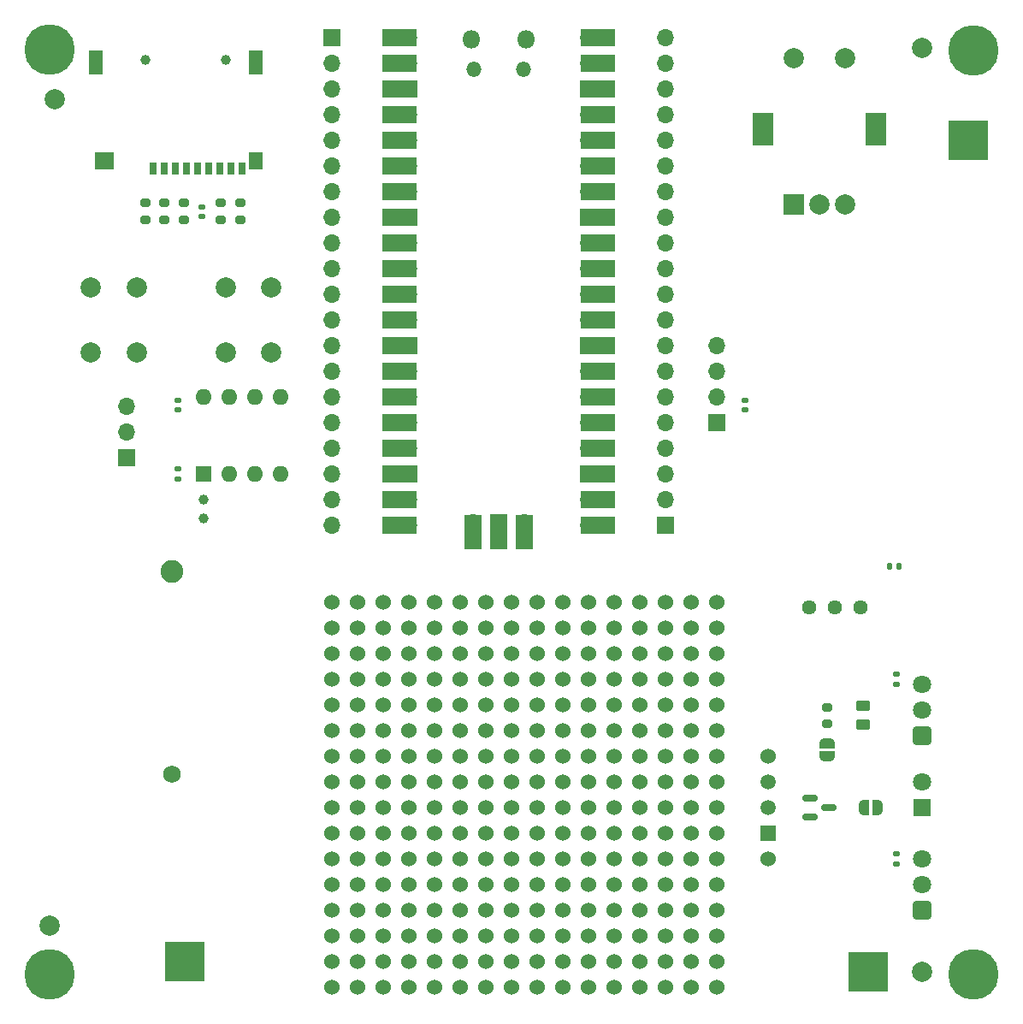
<source format=gts>
G04 #@! TF.GenerationSoftware,KiCad,Pcbnew,(6.0.10)*
G04 #@! TF.CreationDate,2023-01-30T13:48:55-05:00*
G04 #@! TF.ProjectId,door_counter_circuit,646f6f72-5f63-46f7-956e-7465725f6369,rev?*
G04 #@! TF.SameCoordinates,Original*
G04 #@! TF.FileFunction,Soldermask,Top*
G04 #@! TF.FilePolarity,Negative*
%FSLAX46Y46*%
G04 Gerber Fmt 4.6, Leading zero omitted, Abs format (unit mm)*
G04 Created by KiCad (PCBNEW (6.0.10)) date 2023-01-30 13:48:55*
%MOMM*%
%LPD*%
G01*
G04 APERTURE LIST*
G04 Aperture macros list*
%AMRoundRect*
0 Rectangle with rounded corners*
0 $1 Rounding radius*
0 $2 $3 $4 $5 $6 $7 $8 $9 X,Y pos of 4 corners*
0 Add a 4 corners polygon primitive as box body*
4,1,4,$2,$3,$4,$5,$6,$7,$8,$9,$2,$3,0*
0 Add four circle primitives for the rounded corners*
1,1,$1+$1,$2,$3*
1,1,$1+$1,$4,$5*
1,1,$1+$1,$6,$7*
1,1,$1+$1,$8,$9*
0 Add four rect primitives between the rounded corners*
20,1,$1+$1,$2,$3,$4,$5,0*
20,1,$1+$1,$4,$5,$6,$7,0*
20,1,$1+$1,$6,$7,$8,$9,0*
20,1,$1+$1,$8,$9,$2,$3,0*%
%AMFreePoly0*
4,1,22,0.500000,-0.750000,0.000000,-0.750000,0.000000,-0.745033,-0.079941,-0.743568,-0.215256,-0.701293,-0.333266,-0.622738,-0.424486,-0.514219,-0.481581,-0.384460,-0.499164,-0.250000,-0.500000,-0.250000,-0.500000,0.250000,-0.499164,0.250000,-0.499963,0.256109,-0.478152,0.396186,-0.417904,0.524511,-0.324060,0.630769,-0.204165,0.706417,-0.067858,0.745374,0.000000,0.744959,0.000000,0.750000,
0.500000,0.750000,0.500000,-0.750000,0.500000,-0.750000,$1*%
%AMFreePoly1*
4,1,20,0.000000,0.744959,0.073905,0.744508,0.209726,0.703889,0.328688,0.626782,0.421226,0.519385,0.479903,0.390333,0.500000,0.250000,0.500000,-0.250000,0.499851,-0.262216,0.476331,-0.402017,0.414519,-0.529596,0.319384,-0.634700,0.198574,-0.708877,0.061801,-0.746166,0.000000,-0.745033,0.000000,-0.750000,-0.500000,-0.750000,-0.500000,0.750000,0.000000,0.750000,0.000000,0.744959,
0.000000,0.744959,$1*%
G04 Aperture macros list end*
%ADD10R,4.000000X4.000000*%
%ADD11C,2.000000*%
%ADD12RoundRect,0.250000X-0.450000X0.262500X-0.450000X-0.262500X0.450000X-0.262500X0.450000X0.262500X0*%
%ADD13RoundRect,0.140000X-0.170000X0.140000X-0.170000X-0.140000X0.170000X-0.140000X0.170000X0.140000X0*%
%ADD14C,0.999997*%
%ADD15R,0.700000X1.300000*%
%ADD16R,1.447800X1.651000*%
%ADD17R,1.447800X2.438400*%
%ADD18R,1.854200X1.651000*%
%ADD19C,2.250000*%
%ADD20C,1.755000*%
%ADD21RoundRect,0.140000X-0.140000X-0.170000X0.140000X-0.170000X0.140000X0.170000X-0.140000X0.170000X0*%
%ADD22RoundRect,0.200000X0.275000X-0.200000X0.275000X0.200000X-0.275000X0.200000X-0.275000X-0.200000X0*%
%ADD23C,5.000000*%
%ADD24C,0.800000*%
%ADD25RoundRect,0.248400X0.651600X-0.651600X0.651600X0.651600X-0.651600X0.651600X-0.651600X-0.651600X0*%
%ADD26C,1.800000*%
%ADD27R,1.700000X1.700000*%
%ADD28O,1.700000X1.700000*%
%ADD29R,1.500000X1.500000*%
%ADD30C,1.500000*%
%ADD31C,1.524000*%
%ADD32RoundRect,0.200000X-0.275000X0.200000X-0.275000X-0.200000X0.275000X-0.200000X0.275000X0.200000X0*%
%ADD33C,1.000000*%
%ADD34RoundRect,0.150000X-0.587500X-0.150000X0.587500X-0.150000X0.587500X0.150000X-0.587500X0.150000X0*%
%ADD35FreePoly0,0.000000*%
%ADD36FreePoly1,0.000000*%
%ADD37R,1.600000X1.600000*%
%ADD38O,1.600000X1.600000*%
%ADD39R,1.800000X1.800000*%
%ADD40O,1.500000X1.500000*%
%ADD41O,1.800000X1.800000*%
%ADD42R,3.500000X1.700000*%
%ADD43R,1.700000X3.500000*%
%ADD44FreePoly0,270.000000*%
%ADD45FreePoly1,270.000000*%
%ADD46C,1.440000*%
%ADD47R,2.000000X2.000000*%
%ADD48R,2.000000X3.200000*%
G04 APERTURE END LIST*
D10*
X89580000Y-144780000D03*
X157226000Y-145796000D03*
X167132000Y-63500000D03*
D11*
X162560000Y-145796000D03*
X162560000Y-54356000D03*
X76200000Y-141224000D03*
X76708000Y-59436000D03*
D12*
X156718000Y-119483500D03*
X156718000Y-121308500D03*
D13*
X91276000Y-70117492D03*
X91276000Y-71077492D03*
D14*
X93649800Y-55580400D03*
X85674200Y-55580400D03*
D15*
X86416200Y-66284800D03*
X87516200Y-66284800D03*
X88616200Y-66284800D03*
X89716200Y-66284800D03*
X90816200Y-66284800D03*
X91916200Y-66284800D03*
X93016200Y-66284800D03*
X94116200Y-66284800D03*
X95216200Y-66284800D03*
D16*
X96634600Y-65511000D03*
D17*
X96634600Y-55811000D03*
X80809800Y-55811000D03*
D18*
X81584800Y-65511000D03*
D19*
X88265000Y-106205000D03*
D20*
X88265000Y-126205000D03*
D13*
X160020000Y-134140000D03*
X160020000Y-135100000D03*
D21*
X159314000Y-105664000D03*
X160274000Y-105664000D03*
D22*
X89471000Y-71366000D03*
X89471000Y-69716000D03*
D23*
X167640000Y-54610000D03*
D24*
X169515000Y-54610000D03*
X165765000Y-54610000D03*
X166314175Y-55935825D03*
X167640000Y-52735000D03*
X168965825Y-53284175D03*
X166314175Y-53284175D03*
X168965825Y-55935825D03*
X167640000Y-56485000D03*
X167640000Y-144175000D03*
X166314175Y-144724175D03*
X168965825Y-147375825D03*
X165765000Y-146050000D03*
D23*
X167640000Y-146050000D03*
D24*
X166314175Y-147375825D03*
X167640000Y-147925000D03*
X168965825Y-144724175D03*
X169515000Y-146050000D03*
D22*
X87566000Y-71366000D03*
X87566000Y-69716000D03*
D25*
X162560000Y-122400000D03*
D26*
X162560000Y-119860000D03*
X162560000Y-117320000D03*
D13*
X88900000Y-96040000D03*
X88900000Y-97000000D03*
D11*
X93635000Y-84530000D03*
X93635000Y-78030000D03*
X98135000Y-78030000D03*
X98135000Y-84530000D03*
D27*
X83820000Y-94942500D03*
D28*
X83820000Y-92402500D03*
X83820000Y-89862500D03*
D27*
X104140000Y-53340000D03*
D28*
X104140000Y-55880000D03*
X104140000Y-58420000D03*
X104140000Y-60960000D03*
X104140000Y-63500000D03*
X104140000Y-66040000D03*
X104140000Y-68580000D03*
X104140000Y-71120000D03*
X104140000Y-73660000D03*
X104140000Y-76200000D03*
X104140000Y-78740000D03*
X104140000Y-81280000D03*
X104140000Y-83820000D03*
X104140000Y-86360000D03*
X104140000Y-88900000D03*
X104140000Y-91440000D03*
X104140000Y-93980000D03*
X104140000Y-96520000D03*
X104140000Y-99060000D03*
X104140000Y-101600000D03*
D29*
X147320000Y-132080000D03*
D30*
X147320000Y-129540000D03*
X147320000Y-127000000D03*
D31*
X147320000Y-124460000D03*
X147320000Y-134620000D03*
D13*
X88900000Y-89210000D03*
X88900000Y-90170000D03*
D27*
X137160000Y-101600000D03*
D28*
X137160000Y-99060000D03*
X137160000Y-96520000D03*
X137160000Y-93980000D03*
X137160000Y-91440000D03*
X137160000Y-88900000D03*
X137160000Y-86360000D03*
X137160000Y-83820000D03*
X137160000Y-81280000D03*
X137160000Y-78740000D03*
X137160000Y-76200000D03*
X137160000Y-73660000D03*
X137160000Y-71120000D03*
X137160000Y-68580000D03*
X137160000Y-66040000D03*
X137160000Y-63500000D03*
X137160000Y-60960000D03*
X137160000Y-58420000D03*
X137160000Y-55880000D03*
X137160000Y-53340000D03*
D23*
X76200000Y-146050000D03*
D24*
X74874175Y-144724175D03*
X78075000Y-146050000D03*
X74874175Y-147375825D03*
X74325000Y-146050000D03*
X77525825Y-144724175D03*
X76200000Y-144175000D03*
X77525825Y-147375825D03*
X76200000Y-147925000D03*
D32*
X153162000Y-119634000D03*
X153162000Y-121284000D03*
D33*
X91440000Y-100960000D03*
X91440000Y-99060000D03*
D31*
X104140000Y-147320000D03*
X106680000Y-147320000D03*
X109220000Y-147320000D03*
X111760000Y-147320000D03*
X114300000Y-147320000D03*
X116840000Y-147320000D03*
X119380000Y-147320000D03*
X121920000Y-147320000D03*
X124460000Y-147320000D03*
X127000000Y-147320000D03*
X129540000Y-147320000D03*
X132080000Y-147320000D03*
X134620000Y-147320000D03*
X137160000Y-147320000D03*
X139700000Y-147320000D03*
X142240000Y-147320000D03*
X104140000Y-144780000D03*
X106680000Y-144780000D03*
X109220000Y-144780000D03*
X111760000Y-144780000D03*
X114300000Y-144780000D03*
X116840000Y-144780000D03*
X119380000Y-144780000D03*
X121920000Y-144780000D03*
X124460000Y-144780000D03*
X127000000Y-144780000D03*
X129540000Y-144780000D03*
X132080000Y-144780000D03*
X134620000Y-144780000D03*
X137160000Y-144780000D03*
X139700000Y-144780000D03*
X142240000Y-144780000D03*
X104140000Y-142240000D03*
X106680000Y-142240000D03*
X109220000Y-142240000D03*
X111760000Y-142240000D03*
X114300000Y-142240000D03*
X116840000Y-142240000D03*
X119380000Y-142240000D03*
X121920000Y-142240000D03*
X124460000Y-142240000D03*
X127000000Y-142240000D03*
X129540000Y-142240000D03*
X132080000Y-142240000D03*
X134620000Y-142240000D03*
X137160000Y-142240000D03*
X139700000Y-142240000D03*
X142240000Y-142240000D03*
X104140000Y-139700000D03*
X106680000Y-139700000D03*
X109220000Y-139700000D03*
X111760000Y-139700000D03*
X114300000Y-139700000D03*
X116840000Y-139700000D03*
X119380000Y-139700000D03*
X121920000Y-139700000D03*
X124460000Y-139700000D03*
X127000000Y-139700000D03*
X129540000Y-139700000D03*
X132080000Y-139700000D03*
X134620000Y-139700000D03*
X137160000Y-139700000D03*
X139700000Y-139700000D03*
X142240000Y-139700000D03*
X104140000Y-137160000D03*
X106680000Y-137160000D03*
X109220000Y-137160000D03*
X111760000Y-137160000D03*
X114300000Y-137160000D03*
X116840000Y-137160000D03*
X119380000Y-137160000D03*
X121920000Y-137160000D03*
X124460000Y-137160000D03*
X127000000Y-137160000D03*
X129540000Y-137160000D03*
X132080000Y-137160000D03*
X134620000Y-137160000D03*
X137160000Y-137160000D03*
X139700000Y-137160000D03*
X142240000Y-137160000D03*
X104140000Y-134620000D03*
X106680000Y-134620000D03*
X109220000Y-134620000D03*
X111760000Y-134620000D03*
X114300000Y-134620000D03*
X116840000Y-134620000D03*
X119380000Y-134620000D03*
X121920000Y-134620000D03*
X124460000Y-134620000D03*
X127000000Y-134620000D03*
X129540000Y-134620000D03*
X132080000Y-134620000D03*
X134620000Y-134620000D03*
X137160000Y-134620000D03*
X139700000Y-134620000D03*
X142240000Y-134620000D03*
X104140000Y-132080000D03*
X106680000Y-132080000D03*
X109220000Y-132080000D03*
X111760000Y-132080000D03*
X114300000Y-132080000D03*
X116840000Y-132080000D03*
X119380000Y-132080000D03*
X121920000Y-132080000D03*
X124460000Y-132080000D03*
X127000000Y-132080000D03*
X129540000Y-132080000D03*
X132080000Y-132080000D03*
X134620000Y-132080000D03*
X137160000Y-132080000D03*
X139700000Y-132080000D03*
X142240000Y-132080000D03*
X104140000Y-129540000D03*
X106680000Y-129540000D03*
X109220000Y-129540000D03*
X111760000Y-129540000D03*
X114300000Y-129540000D03*
X116840000Y-129540000D03*
X119380000Y-129540000D03*
X121920000Y-129540000D03*
X124460000Y-129540000D03*
X127000000Y-129540000D03*
X129540000Y-129540000D03*
X132080000Y-129540000D03*
X134620000Y-129540000D03*
X137160000Y-129540000D03*
X139700000Y-129540000D03*
X142240000Y-129540000D03*
X104140000Y-127000000D03*
X106680000Y-127000000D03*
X109220000Y-127000000D03*
X111760000Y-127000000D03*
X114300000Y-127000000D03*
X116840000Y-127000000D03*
X119380000Y-127000000D03*
X121920000Y-127000000D03*
X124460000Y-127000000D03*
X127000000Y-127000000D03*
X129540000Y-127000000D03*
X132080000Y-127000000D03*
X134620000Y-127000000D03*
X137160000Y-127000000D03*
X139700000Y-127000000D03*
X142240000Y-127000000D03*
X104140000Y-124460000D03*
X106680000Y-124460000D03*
X109220000Y-124460000D03*
X111760000Y-124460000D03*
X114300000Y-124460000D03*
X116840000Y-124460000D03*
X119380000Y-124460000D03*
X121920000Y-124460000D03*
X124460000Y-124460000D03*
X127000000Y-124460000D03*
X129540000Y-124460000D03*
X132080000Y-124460000D03*
X134620000Y-124460000D03*
X137160000Y-124460000D03*
X139700000Y-124460000D03*
X142240000Y-124460000D03*
X104140000Y-121920000D03*
X106680000Y-121920000D03*
X109220000Y-121920000D03*
X111760000Y-121920000D03*
X114300000Y-121920000D03*
X116840000Y-121920000D03*
X119380000Y-121920000D03*
X121920000Y-121920000D03*
X124460000Y-121920000D03*
X127000000Y-121920000D03*
X129540000Y-121920000D03*
X132080000Y-121920000D03*
X134620000Y-121920000D03*
X137160000Y-121920000D03*
X139700000Y-121920000D03*
X142240000Y-121920000D03*
X104140000Y-119380000D03*
X106680000Y-119380000D03*
X109220000Y-119380000D03*
X111760000Y-119380000D03*
X114300000Y-119380000D03*
X116840000Y-119380000D03*
X119380000Y-119380000D03*
X121920000Y-119380000D03*
X124460000Y-119380000D03*
X127000000Y-119380000D03*
X129540000Y-119380000D03*
X132080000Y-119380000D03*
X134620000Y-119380000D03*
X137160000Y-119380000D03*
X139700000Y-119380000D03*
X142240000Y-119380000D03*
X104140000Y-116840000D03*
X106680000Y-116840000D03*
X109220000Y-116840000D03*
X111760000Y-116840000D03*
X114300000Y-116840000D03*
X116840000Y-116840000D03*
X119380000Y-116840000D03*
X121920000Y-116840000D03*
X124460000Y-116840000D03*
X127000000Y-116840000D03*
X129540000Y-116840000D03*
X132080000Y-116840000D03*
X134620000Y-116840000D03*
X137160000Y-116840000D03*
X139700000Y-116840000D03*
X142240000Y-116840000D03*
X104140000Y-114300000D03*
X106680000Y-114300000D03*
X109220000Y-114300000D03*
X111760000Y-114300000D03*
X114300000Y-114300000D03*
X116840000Y-114300000D03*
X119380000Y-114300000D03*
X121920000Y-114300000D03*
X124460000Y-114300000D03*
X127000000Y-114300000D03*
X129540000Y-114300000D03*
X132080000Y-114300000D03*
X134620000Y-114300000D03*
X137160000Y-114300000D03*
X139700000Y-114300000D03*
X142240000Y-114300000D03*
X104140000Y-111760000D03*
X106680000Y-111760000D03*
X109220000Y-111760000D03*
X111760000Y-111760000D03*
X114300000Y-111760000D03*
X116840000Y-111760000D03*
X119380000Y-111760000D03*
X121920000Y-111760000D03*
X124460000Y-111760000D03*
X127000000Y-111760000D03*
X129540000Y-111760000D03*
X132080000Y-111760000D03*
X134620000Y-111760000D03*
X137160000Y-111760000D03*
X139700000Y-111760000D03*
X142240000Y-111760000D03*
X104140000Y-109220000D03*
X106680000Y-109220000D03*
X109220000Y-109220000D03*
X111760000Y-109220000D03*
X114300000Y-109220000D03*
X116840000Y-109220000D03*
X119380000Y-109220000D03*
X121920000Y-109220000D03*
X124460000Y-109220000D03*
X127000000Y-109220000D03*
X129540000Y-109220000D03*
X132080000Y-109220000D03*
X134620000Y-109220000D03*
X137160000Y-109220000D03*
X139700000Y-109220000D03*
X142240000Y-109220000D03*
D13*
X145034000Y-89199672D03*
X145034000Y-90159672D03*
D34*
X153337500Y-129540000D03*
X151462500Y-130490000D03*
X151462500Y-128590000D03*
D28*
X142240000Y-83820000D03*
X142240000Y-86360000D03*
X142240000Y-88900000D03*
D27*
X142240000Y-91440000D03*
D35*
X156830000Y-129540000D03*
D36*
X158130000Y-129540000D03*
D37*
X91440000Y-96520000D03*
D38*
X93980000Y-96520000D03*
X96520000Y-96520000D03*
X99060000Y-96520000D03*
X99060000Y-88900000D03*
X96520000Y-88900000D03*
X93980000Y-88900000D03*
X91440000Y-88900000D03*
D24*
X76200000Y-56429175D03*
D23*
X76200000Y-54554175D03*
D24*
X76200000Y-52679175D03*
X74325000Y-54554175D03*
X77525825Y-55880000D03*
X74874175Y-55880000D03*
X78075000Y-54554175D03*
X77525825Y-53228350D03*
X74874175Y-53228350D03*
D25*
X162560000Y-139700000D03*
D26*
X162560000Y-137160000D03*
X162560000Y-134620000D03*
D39*
X162560000Y-129540000D03*
D26*
X162560000Y-127000000D03*
D13*
X160020000Y-116360000D03*
X160020000Y-117320000D03*
D40*
X118225000Y-56500000D03*
D41*
X117925000Y-53470000D03*
D40*
X123075000Y-56500000D03*
D41*
X123375000Y-53470000D03*
D42*
X110860000Y-53340000D03*
D28*
X111760000Y-53340000D03*
X111760000Y-55880000D03*
D42*
X110860000Y-55880000D03*
D27*
X111760000Y-58420000D03*
D42*
X110860000Y-58420000D03*
X110860000Y-60960000D03*
D28*
X111760000Y-60960000D03*
X111760000Y-63500000D03*
D42*
X110860000Y-63500000D03*
D28*
X111760000Y-66040000D03*
D42*
X110860000Y-66040000D03*
D28*
X111760000Y-68580000D03*
D42*
X110860000Y-68580000D03*
X110860000Y-71120000D03*
D27*
X111760000Y-71120000D03*
D28*
X111760000Y-73660000D03*
D42*
X110860000Y-73660000D03*
X110860000Y-76200000D03*
D28*
X111760000Y-76200000D03*
X111760000Y-78740000D03*
D42*
X110860000Y-78740000D03*
D28*
X111760000Y-81280000D03*
D42*
X110860000Y-81280000D03*
X110860000Y-83820000D03*
D27*
X111760000Y-83820000D03*
D42*
X110860000Y-86360000D03*
D28*
X111760000Y-86360000D03*
X111760000Y-88900000D03*
D42*
X110860000Y-88900000D03*
D28*
X111760000Y-91440000D03*
D42*
X110860000Y-91440000D03*
D28*
X111760000Y-93980000D03*
D42*
X110860000Y-93980000D03*
X110860000Y-96520000D03*
D27*
X111760000Y-96520000D03*
D42*
X110860000Y-99060000D03*
D28*
X111760000Y-99060000D03*
D42*
X110860000Y-101600000D03*
D28*
X111760000Y-101600000D03*
D42*
X130440000Y-101600000D03*
D28*
X129540000Y-101600000D03*
X129540000Y-99060000D03*
D42*
X130440000Y-99060000D03*
X130440000Y-96520000D03*
D27*
X129540000Y-96520000D03*
D28*
X129540000Y-93980000D03*
D42*
X130440000Y-93980000D03*
D28*
X129540000Y-91440000D03*
D42*
X130440000Y-91440000D03*
D28*
X129540000Y-88900000D03*
D42*
X130440000Y-88900000D03*
D28*
X129540000Y-86360000D03*
D42*
X130440000Y-86360000D03*
X130440000Y-83820000D03*
D27*
X129540000Y-83820000D03*
D42*
X130440000Y-81280000D03*
D28*
X129540000Y-81280000D03*
D42*
X130440000Y-78740000D03*
D28*
X129540000Y-78740000D03*
D42*
X130440000Y-76200000D03*
D28*
X129540000Y-76200000D03*
X129540000Y-73660000D03*
D42*
X130440000Y-73660000D03*
D27*
X129540000Y-71120000D03*
D42*
X130440000Y-71120000D03*
D28*
X129540000Y-68580000D03*
D42*
X130440000Y-68580000D03*
X130440000Y-66040000D03*
D28*
X129540000Y-66040000D03*
X129540000Y-63500000D03*
D42*
X130440000Y-63500000D03*
X130440000Y-60960000D03*
D28*
X129540000Y-60960000D03*
D27*
X129540000Y-58420000D03*
D42*
X130440000Y-58420000D03*
X130440000Y-55880000D03*
D28*
X129540000Y-55880000D03*
X129540000Y-53340000D03*
D42*
X130440000Y-53340000D03*
D43*
X118110000Y-102270000D03*
D28*
X118110000Y-101370000D03*
D27*
X120650000Y-101370000D03*
D43*
X120650000Y-102270000D03*
D28*
X123190000Y-101370000D03*
D43*
X123190000Y-102270000D03*
D22*
X95106000Y-71366000D03*
X95106000Y-69716000D03*
D44*
X153162000Y-123160000D03*
D45*
X153162000Y-124460000D03*
D22*
X93091000Y-71366000D03*
X93091000Y-69716000D03*
D46*
X156464000Y-109728000D03*
X153924000Y-109728000D03*
X151384000Y-109728000D03*
D47*
X149900000Y-69865000D03*
D11*
X154900000Y-69865000D03*
X152400000Y-69865000D03*
D48*
X158000000Y-62365000D03*
X146800000Y-62365000D03*
D11*
X154900000Y-55365000D03*
X149900000Y-55365000D03*
D22*
X85661000Y-71366000D03*
X85661000Y-69716000D03*
D11*
X84800000Y-84530000D03*
X84800000Y-78030000D03*
X80300000Y-84530000D03*
X80300000Y-78030000D03*
G36*
X162567225Y-144789194D02*
G01*
X162762258Y-144809693D01*
X162762640Y-144809771D01*
X162949984Y-144867764D01*
X162950344Y-144867916D01*
X163122851Y-144961190D01*
X163123175Y-144961408D01*
X163274282Y-145086414D01*
X163274557Y-145086691D01*
X163398504Y-145238665D01*
X163398720Y-145238990D01*
X163490789Y-145412146D01*
X163490938Y-145412507D01*
X163547619Y-145600245D01*
X163547694Y-145600628D01*
X163567078Y-145798326D01*
X163567088Y-145798549D01*
X163566767Y-145821574D01*
X163566751Y-145821797D01*
X163541855Y-146018871D01*
X163541769Y-146019251D01*
X163479865Y-146205339D01*
X163479706Y-146205696D01*
X163382840Y-146376210D01*
X163382615Y-146376529D01*
X163254471Y-146524986D01*
X163254188Y-146525255D01*
X163099650Y-146645992D01*
X163099321Y-146646201D01*
X162924279Y-146734621D01*
X162923915Y-146734762D01*
X162735025Y-146787501D01*
X162734640Y-146787569D01*
X162539111Y-146802615D01*
X162538721Y-146802607D01*
X162343986Y-146779386D01*
X162343605Y-146779302D01*
X162157094Y-146718702D01*
X162156736Y-146718546D01*
X161985552Y-146622874D01*
X161985232Y-146622651D01*
X161835879Y-146495542D01*
X161835608Y-146495261D01*
X161713796Y-146341572D01*
X161713584Y-146341244D01*
X161623944Y-146166823D01*
X161623800Y-146166460D01*
X161569744Y-145977945D01*
X161569674Y-145977561D01*
X161553264Y-145782135D01*
X161553266Y-145782001D01*
X161557269Y-145782001D01*
X161573645Y-145977028D01*
X161627593Y-146165168D01*
X161717057Y-146339244D01*
X161838623Y-146492623D01*
X161987670Y-146619471D01*
X162158520Y-146714956D01*
X162344656Y-146775435D01*
X162538999Y-146798610D01*
X162734140Y-146783594D01*
X162922646Y-146730962D01*
X163097344Y-146642717D01*
X163251570Y-146522222D01*
X163379457Y-146374063D01*
X163476130Y-146203888D01*
X163537909Y-146018174D01*
X163562449Y-145823921D01*
X163562838Y-145796078D01*
X163543732Y-145601220D01*
X163487161Y-145413851D01*
X163395278Y-145241043D01*
X163271578Y-145089372D01*
X163120773Y-144964616D01*
X162948615Y-144871530D01*
X162761645Y-144813653D01*
X162567002Y-144793195D01*
X162372090Y-144810933D01*
X162184331Y-144866195D01*
X162010889Y-144956868D01*
X161858357Y-145079506D01*
X161732554Y-145229433D01*
X161638262Y-145400948D01*
X161579086Y-145587496D01*
X161557269Y-145782001D01*
X161553266Y-145782001D01*
X161553269Y-145781745D01*
X161575129Y-145586861D01*
X161575211Y-145586479D01*
X161634510Y-145399542D01*
X161634663Y-145399183D01*
X161729139Y-145227334D01*
X161729360Y-145227012D01*
X161855414Y-145076786D01*
X161855693Y-145076513D01*
X162008537Y-144953623D01*
X162008863Y-144953410D01*
X162182650Y-144862557D01*
X162183012Y-144862410D01*
X162371147Y-144807038D01*
X162371531Y-144806965D01*
X162566835Y-144789191D01*
X162567225Y-144789194D01*
G37*
G36*
X76207225Y-140217194D02*
G01*
X76402258Y-140237693D01*
X76402640Y-140237771D01*
X76589984Y-140295764D01*
X76590344Y-140295916D01*
X76762851Y-140389190D01*
X76763175Y-140389408D01*
X76914282Y-140514414D01*
X76914557Y-140514691D01*
X77038504Y-140666665D01*
X77038720Y-140666990D01*
X77130789Y-140840146D01*
X77130938Y-140840507D01*
X77187619Y-141028245D01*
X77187694Y-141028628D01*
X77207078Y-141226326D01*
X77207088Y-141226549D01*
X77206767Y-141249574D01*
X77206751Y-141249797D01*
X77181855Y-141446871D01*
X77181769Y-141447251D01*
X77119865Y-141633339D01*
X77119706Y-141633696D01*
X77022840Y-141804210D01*
X77022615Y-141804529D01*
X76894471Y-141952986D01*
X76894188Y-141953255D01*
X76739650Y-142073992D01*
X76739321Y-142074201D01*
X76564279Y-142162621D01*
X76563915Y-142162762D01*
X76375025Y-142215501D01*
X76374640Y-142215569D01*
X76179111Y-142230615D01*
X76178721Y-142230607D01*
X75983986Y-142207386D01*
X75983605Y-142207302D01*
X75797094Y-142146702D01*
X75796736Y-142146546D01*
X75625552Y-142050874D01*
X75625232Y-142050651D01*
X75475879Y-141923542D01*
X75475608Y-141923261D01*
X75353796Y-141769572D01*
X75353584Y-141769244D01*
X75263944Y-141594823D01*
X75263800Y-141594460D01*
X75209744Y-141405945D01*
X75209674Y-141405561D01*
X75193264Y-141210135D01*
X75193266Y-141210001D01*
X75197269Y-141210001D01*
X75213645Y-141405028D01*
X75267593Y-141593168D01*
X75357057Y-141767244D01*
X75478623Y-141920623D01*
X75627670Y-142047471D01*
X75798520Y-142142956D01*
X75984656Y-142203435D01*
X76178999Y-142226610D01*
X76374140Y-142211594D01*
X76562646Y-142158962D01*
X76737344Y-142070717D01*
X76891570Y-141950222D01*
X77019457Y-141802063D01*
X77116130Y-141631888D01*
X77177909Y-141446174D01*
X77202449Y-141251921D01*
X77202838Y-141224078D01*
X77183732Y-141029220D01*
X77127161Y-140841851D01*
X77035278Y-140669043D01*
X76911578Y-140517372D01*
X76760773Y-140392616D01*
X76588615Y-140299530D01*
X76401645Y-140241653D01*
X76207002Y-140221195D01*
X76012090Y-140238933D01*
X75824331Y-140294195D01*
X75650889Y-140384868D01*
X75498357Y-140507506D01*
X75372554Y-140657433D01*
X75278262Y-140828948D01*
X75219086Y-141015496D01*
X75197269Y-141210001D01*
X75193266Y-141210001D01*
X75193269Y-141209745D01*
X75215129Y-141014861D01*
X75215211Y-141014479D01*
X75274510Y-140827542D01*
X75274663Y-140827183D01*
X75369139Y-140655334D01*
X75369360Y-140655012D01*
X75495414Y-140504786D01*
X75495693Y-140504513D01*
X75648537Y-140381623D01*
X75648863Y-140381410D01*
X75822650Y-140290557D01*
X75823012Y-140290410D01*
X76011147Y-140235038D01*
X76011531Y-140234965D01*
X76206835Y-140217191D01*
X76207225Y-140217194D01*
G37*
G36*
X76715225Y-58429194D02*
G01*
X76910258Y-58449693D01*
X76910640Y-58449771D01*
X77097984Y-58507764D01*
X77098344Y-58507916D01*
X77270851Y-58601190D01*
X77271175Y-58601408D01*
X77422282Y-58726414D01*
X77422557Y-58726691D01*
X77546504Y-58878665D01*
X77546720Y-58878990D01*
X77638789Y-59052146D01*
X77638938Y-59052507D01*
X77695619Y-59240245D01*
X77695694Y-59240628D01*
X77715078Y-59438326D01*
X77715088Y-59438549D01*
X77714767Y-59461574D01*
X77714751Y-59461797D01*
X77689855Y-59658871D01*
X77689769Y-59659251D01*
X77627865Y-59845339D01*
X77627706Y-59845696D01*
X77530840Y-60016210D01*
X77530615Y-60016529D01*
X77402471Y-60164986D01*
X77402188Y-60165255D01*
X77247650Y-60285992D01*
X77247321Y-60286201D01*
X77072279Y-60374621D01*
X77071915Y-60374762D01*
X76883025Y-60427501D01*
X76882640Y-60427569D01*
X76687111Y-60442615D01*
X76686721Y-60442607D01*
X76491986Y-60419386D01*
X76491605Y-60419302D01*
X76305094Y-60358702D01*
X76304736Y-60358546D01*
X76133552Y-60262874D01*
X76133232Y-60262651D01*
X75983879Y-60135542D01*
X75983608Y-60135261D01*
X75861796Y-59981572D01*
X75861584Y-59981244D01*
X75771944Y-59806823D01*
X75771800Y-59806460D01*
X75717744Y-59617945D01*
X75717674Y-59617561D01*
X75701264Y-59422135D01*
X75701266Y-59422001D01*
X75705269Y-59422001D01*
X75721645Y-59617028D01*
X75775593Y-59805168D01*
X75865057Y-59979244D01*
X75986623Y-60132623D01*
X76135670Y-60259471D01*
X76306520Y-60354956D01*
X76492656Y-60415435D01*
X76686999Y-60438610D01*
X76882140Y-60423594D01*
X77070646Y-60370962D01*
X77245344Y-60282717D01*
X77399570Y-60162222D01*
X77527457Y-60014063D01*
X77624130Y-59843888D01*
X77685909Y-59658174D01*
X77710449Y-59463921D01*
X77710838Y-59436078D01*
X77691732Y-59241220D01*
X77635161Y-59053851D01*
X77543278Y-58881043D01*
X77419578Y-58729372D01*
X77268773Y-58604616D01*
X77096615Y-58511530D01*
X76909645Y-58453653D01*
X76715002Y-58433195D01*
X76520090Y-58450933D01*
X76332331Y-58506195D01*
X76158889Y-58596868D01*
X76006357Y-58719506D01*
X75880554Y-58869433D01*
X75786262Y-59040948D01*
X75727086Y-59227496D01*
X75705269Y-59422001D01*
X75701266Y-59422001D01*
X75701269Y-59421745D01*
X75723129Y-59226861D01*
X75723211Y-59226479D01*
X75782510Y-59039542D01*
X75782663Y-59039183D01*
X75877139Y-58867334D01*
X75877360Y-58867012D01*
X76003414Y-58716786D01*
X76003693Y-58716513D01*
X76156537Y-58593623D01*
X76156863Y-58593410D01*
X76330650Y-58502557D01*
X76331012Y-58502410D01*
X76519147Y-58447038D01*
X76519531Y-58446965D01*
X76714835Y-58429191D01*
X76715225Y-58429194D01*
G37*
G36*
X162567225Y-53349194D02*
G01*
X162762258Y-53369693D01*
X162762640Y-53369771D01*
X162949984Y-53427764D01*
X162950344Y-53427916D01*
X163122851Y-53521190D01*
X163123175Y-53521408D01*
X163274282Y-53646414D01*
X163274557Y-53646691D01*
X163398504Y-53798665D01*
X163398720Y-53798990D01*
X163490789Y-53972146D01*
X163490938Y-53972507D01*
X163547619Y-54160245D01*
X163547694Y-54160628D01*
X163567078Y-54358326D01*
X163567088Y-54358549D01*
X163566767Y-54381574D01*
X163566751Y-54381797D01*
X163541855Y-54578871D01*
X163541769Y-54579251D01*
X163479865Y-54765339D01*
X163479706Y-54765696D01*
X163382840Y-54936210D01*
X163382615Y-54936529D01*
X163254471Y-55084986D01*
X163254188Y-55085255D01*
X163099650Y-55205992D01*
X163099321Y-55206201D01*
X162924279Y-55294621D01*
X162923915Y-55294762D01*
X162735025Y-55347501D01*
X162734640Y-55347569D01*
X162539111Y-55362615D01*
X162538721Y-55362607D01*
X162343986Y-55339386D01*
X162343605Y-55339302D01*
X162157094Y-55278702D01*
X162156736Y-55278546D01*
X161985552Y-55182874D01*
X161985232Y-55182651D01*
X161835879Y-55055542D01*
X161835608Y-55055261D01*
X161713796Y-54901572D01*
X161713584Y-54901244D01*
X161623944Y-54726823D01*
X161623800Y-54726460D01*
X161569744Y-54537945D01*
X161569674Y-54537561D01*
X161553264Y-54342135D01*
X161553266Y-54342001D01*
X161557269Y-54342001D01*
X161573645Y-54537028D01*
X161627593Y-54725168D01*
X161717057Y-54899244D01*
X161838623Y-55052623D01*
X161987670Y-55179471D01*
X162158520Y-55274956D01*
X162344656Y-55335435D01*
X162538999Y-55358610D01*
X162734140Y-55343594D01*
X162922646Y-55290962D01*
X163097344Y-55202717D01*
X163251570Y-55082222D01*
X163379457Y-54934063D01*
X163476130Y-54763888D01*
X163537909Y-54578174D01*
X163562449Y-54383921D01*
X163562838Y-54356078D01*
X163543732Y-54161220D01*
X163487161Y-53973851D01*
X163395278Y-53801043D01*
X163271578Y-53649372D01*
X163120773Y-53524616D01*
X162948615Y-53431530D01*
X162761645Y-53373653D01*
X162567002Y-53353195D01*
X162372090Y-53370933D01*
X162184331Y-53426195D01*
X162010889Y-53516868D01*
X161858357Y-53639506D01*
X161732554Y-53789433D01*
X161638262Y-53960948D01*
X161579086Y-54147496D01*
X161557269Y-54342001D01*
X161553266Y-54342001D01*
X161553269Y-54341745D01*
X161575129Y-54146861D01*
X161575211Y-54146479D01*
X161634510Y-53959542D01*
X161634663Y-53959183D01*
X161729139Y-53787334D01*
X161729360Y-53787012D01*
X161855414Y-53636786D01*
X161855693Y-53636513D01*
X162008537Y-53513623D01*
X162008863Y-53513410D01*
X162182650Y-53422557D01*
X162183012Y-53422410D01*
X162371147Y-53367038D01*
X162371531Y-53366965D01*
X162566835Y-53349191D01*
X162567225Y-53349194D01*
G37*
M02*

</source>
